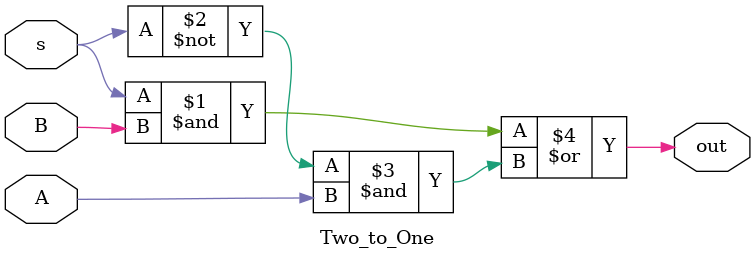
<source format=v>
module Four_to_One(LEDR, SW);
    input [9:0] SW;
    output [9:0] LEDR;
	 wire connect_1;
	 wire connect_2;
    Two_to_One block_1(
        .A(SW[0]),
        .B(SW[1]),
        .s(SW[8]),
        .out(connect_1)
        );
	
	 Two_to_One block_2(
        .A(SW[2]),
        .B(SW[3]),
        .s(SW[8]),
        .out(connect_2)
        );
		  
	 Two_to_One block_3(
        .A(connect_1),
        .B(connect_2),
        .s(SW[9]),
        .out(LEDR[0])
        );
endmodule

module Two_to_One(A, B, s, out);
    input A;
    input B;
    input s;
    output out;
  
    assign out = s & B | ~s & A;

endmodule

</source>
